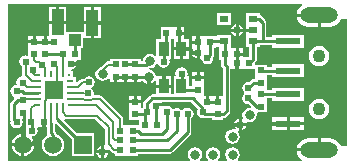
<source format=gtl>
%FSLAX44Y44*%
%MOMM*%
G71*
G01*
G75*
G04 Layer_Physical_Order=1*
G04 Layer_Color=255*
%ADD10R,0.5000X0.6000*%
%ADD11R,1.0500X2.2000*%
%ADD12R,1.0000X1.0000*%
%ADD13R,0.5500X0.6000*%
%ADD14R,0.6000X0.5500*%
%ADD15R,0.9000X1.3000*%
%ADD16R,0.2500X0.6100*%
%ADD17R,0.6100X0.2500*%
%ADD18R,1.6000X1.6000*%
%ADD19R,0.2800X0.2800*%
%ADD20R,0.8000X0.6000*%
%ADD21R,2.1000X0.5000*%
%ADD22C,0.2032*%
%ADD23C,0.2540*%
%ADD24C,1.5000*%
%ADD25R,1.5000X1.5000*%
%ADD26C,1.1000*%
%ADD27O,3.2000X1.3000*%
%ADD28O,3.2000X1.3000*%
%ADD29C,0.6096*%
%ADD30C,0.8000*%
G36*
X1736441Y1034939D02*
X1736650Y1034323D01*
X1734690Y1032820D01*
X1733160Y1030825D01*
X1732198Y1028503D01*
X1732037Y1027280D01*
X1751000D01*
Y1026010D01*
X1752270D01*
Y1016380D01*
X1760500D01*
X1762993Y1016708D01*
X1765315Y1017670D01*
X1767310Y1019200D01*
X1768840Y1021195D01*
X1769536Y1022876D01*
X1770540Y1022676D01*
X1774666D01*
Y915344D01*
X1770540D01*
X1769536Y915144D01*
X1768840Y916825D01*
X1767310Y918820D01*
X1765315Y920350D01*
X1762993Y921312D01*
X1760500Y921640D01*
X1752270D01*
Y912010D01*
X1751000D01*
Y910740D01*
X1732037D01*
X1732198Y909518D01*
X1733160Y907195D01*
X1734690Y905200D01*
X1736650Y903697D01*
X1736441Y903081D01*
X1736198Y902494D01*
X1682342D01*
X1681974Y903709D01*
X1681996Y903724D01*
X1683322Y905709D01*
X1683788Y908050D01*
X1683322Y910391D01*
X1681996Y912376D01*
X1680011Y913702D01*
X1677670Y914167D01*
X1675329Y913702D01*
X1673344Y912376D01*
X1672018Y910391D01*
X1671552Y908050D01*
X1672018Y905709D01*
X1673344Y903724D01*
X1673367Y903709D01*
X1672998Y902494D01*
X1665832D01*
X1665464Y903709D01*
X1665486Y903724D01*
X1666812Y905709D01*
X1667278Y908050D01*
X1666812Y910391D01*
X1665486Y912376D01*
X1663501Y913702D01*
X1661160Y914167D01*
X1658819Y913702D01*
X1656834Y912376D01*
X1655508Y910391D01*
X1655043Y908050D01*
X1655508Y905709D01*
X1656834Y903724D01*
X1656857Y903709D01*
X1656488Y902494D01*
X1650592D01*
X1650224Y903709D01*
X1650246Y903724D01*
X1651572Y905709D01*
X1652038Y908050D01*
X1651572Y910391D01*
X1650246Y912376D01*
X1648261Y913702D01*
X1645920Y914167D01*
X1643579Y913702D01*
X1641594Y912376D01*
X1640268Y910391D01*
X1639803Y908050D01*
X1640268Y905709D01*
X1641594Y903724D01*
X1641617Y903709D01*
X1641248Y902494D01*
X1487964D01*
Y1035526D01*
X1736198D01*
X1736441Y1034939D01*
D02*
G37*
%LPC*%
G36*
X1738548Y939558D02*
X1726270D01*
Y935280D01*
X1738548D01*
Y939558D01*
D02*
G37*
G36*
X1723730D02*
X1711452D01*
Y935280D01*
X1723730D01*
Y939558D01*
D02*
G37*
G36*
X1682750Y932180D02*
X1679126D01*
X1679265Y931480D01*
X1680185Y930104D01*
X1679479Y929048D01*
X1677670Y929408D01*
X1675329Y928942D01*
X1673344Y927616D01*
X1672018Y925631D01*
X1671552Y923290D01*
X1672018Y920949D01*
X1673344Y918964D01*
X1675329Y917638D01*
X1677670Y917172D01*
X1680011Y917638D01*
X1681996Y918964D01*
X1683322Y920949D01*
X1683788Y923290D01*
X1683322Y925631D01*
X1682078Y927493D01*
X1682750Y928499D01*
Y932180D01*
D02*
G37*
G36*
Y938344D02*
X1682050Y938205D01*
X1680381Y937089D01*
X1679265Y935420D01*
X1679126Y934720D01*
X1682750D01*
Y938344D01*
D02*
G37*
G36*
X1751000Y955132D02*
X1748768Y954838D01*
X1746689Y953977D01*
X1744904Y952607D01*
X1743533Y950821D01*
X1742672Y948742D01*
X1742378Y946510D01*
X1742672Y944278D01*
X1743533Y942199D01*
X1744904Y940414D01*
X1746689Y939043D01*
X1748768Y938182D01*
X1751000Y937888D01*
X1753232Y938182D01*
X1755311Y939043D01*
X1757097Y940414D01*
X1758467Y942199D01*
X1759328Y944278D01*
X1759622Y946510D01*
X1759328Y948742D01*
X1758467Y950821D01*
X1757097Y952607D01*
X1755311Y953977D01*
X1753232Y954838D01*
X1751000Y955132D01*
D02*
G37*
G36*
X1647190Y977740D02*
X1643460D01*
Y974260D01*
X1647190D01*
Y977740D01*
D02*
G37*
G36*
X1653460D02*
X1649730D01*
Y974260D01*
X1653460D01*
Y977740D01*
D02*
G37*
G36*
X1625870Y974210D02*
X1620640D01*
Y966980D01*
X1625870D01*
Y974210D01*
D02*
G37*
G36*
X1593850Y957420D02*
X1590120D01*
Y953940D01*
X1593850D01*
Y957420D01*
D02*
G37*
G36*
X1600120D02*
X1596390D01*
Y953940D01*
X1600120D01*
Y957420D01*
D02*
G37*
G36*
X1509539Y915162D02*
X1501394D01*
Y907017D01*
X1502604Y907177D01*
X1504915Y908134D01*
X1506899Y909657D01*
X1508422Y911641D01*
X1509379Y913952D01*
X1509539Y915162D01*
D02*
G37*
G36*
X1566080Y915146D02*
X1565380Y915007D01*
X1563711Y913891D01*
X1562595Y912222D01*
X1562456Y911522D01*
X1566080D01*
Y915146D01*
D02*
G37*
G36*
X1498854Y915162D02*
X1490709D01*
X1490869Y913952D01*
X1491826Y911641D01*
X1493349Y909657D01*
X1495333Y908134D01*
X1497644Y907177D01*
X1498854Y907017D01*
Y915162D01*
D02*
G37*
G36*
X1566080Y908982D02*
X1562456D01*
X1562595Y908282D01*
X1563711Y906613D01*
X1565380Y905497D01*
X1566080Y905358D01*
Y908982D01*
D02*
G37*
G36*
X1572244D02*
X1568620D01*
Y905358D01*
X1569320Y905497D01*
X1570989Y906613D01*
X1572105Y908282D01*
X1572244Y908982D01*
D02*
G37*
G36*
X1738548Y932740D02*
X1726270D01*
Y928462D01*
X1738548D01*
Y932740D01*
D02*
G37*
G36*
X1688914Y932180D02*
X1685290D01*
Y928556D01*
X1685990Y928695D01*
X1687659Y929811D01*
X1688775Y931480D01*
X1688914Y932180D01*
D02*
G37*
G36*
X1723730Y932740D02*
X1711452D01*
Y928462D01*
X1723730D01*
Y932740D01*
D02*
G37*
G36*
X1749730Y921640D02*
X1741500D01*
X1739008Y921312D01*
X1736685Y920350D01*
X1734690Y918820D01*
X1733160Y916825D01*
X1732198Y914502D01*
X1732037Y913280D01*
X1749730D01*
Y921640D01*
D02*
G37*
G36*
X1498854Y925847D02*
X1497644Y925687D01*
X1495333Y924730D01*
X1493349Y923207D01*
X1491826Y921223D01*
X1490869Y918912D01*
X1490709Y917702D01*
X1498854D01*
Y925847D01*
D02*
G37*
G36*
X1682750Y1018354D02*
Y1014730D01*
X1686374D01*
X1686235Y1015430D01*
X1685119Y1017099D01*
X1683450Y1018215D01*
X1682750Y1018354D01*
D02*
G37*
G36*
X1749730Y1024740D02*
X1732037D01*
X1732198Y1023518D01*
X1733160Y1021195D01*
X1734690Y1019200D01*
X1736685Y1017670D01*
X1739008Y1016708D01*
X1741500Y1016380D01*
X1749730D01*
Y1024740D01*
D02*
G37*
G36*
X1680210Y1018354D02*
X1679510Y1018215D01*
X1677841Y1017099D01*
X1676725Y1015430D01*
X1676586Y1014730D01*
X1680210D01*
Y1018354D01*
D02*
G37*
G36*
X1686374Y1012190D02*
X1682750D01*
Y1008566D01*
X1683450Y1008705D01*
X1685119Y1009821D01*
X1686235Y1011490D01*
X1686374Y1012190D01*
D02*
G37*
G36*
X1636870Y1015920D02*
X1633390D01*
Y1012190D01*
X1636870D01*
Y1015920D01*
D02*
G37*
G36*
X1528270Y1032879D02*
X1522290D01*
Y1021149D01*
X1528270D01*
Y1032879D01*
D02*
G37*
G36*
X1536790D02*
X1530810D01*
Y1021149D01*
X1536790D01*
Y1032879D01*
D02*
G37*
G36*
X1566350Y1032810D02*
X1560370D01*
Y1021080D01*
X1566350D01*
Y1032810D01*
D02*
G37*
G36*
X1676750Y1027960D02*
X1664750D01*
Y1017960D01*
X1676750D01*
Y1027960D01*
D02*
G37*
G36*
X1557830Y1032810D02*
X1551850D01*
Y1021080D01*
X1557830D01*
Y1032810D01*
D02*
G37*
G36*
X1680210Y1012190D02*
X1676586D01*
X1676725Y1011490D01*
X1677841Y1009821D01*
X1679510Y1008705D01*
X1680210Y1008566D01*
Y1012190D01*
D02*
G37*
G36*
X1647190Y993140D02*
X1643566D01*
X1643705Y992440D01*
X1644821Y990771D01*
X1646490Y989655D01*
X1647190Y989516D01*
Y993140D01*
D02*
G37*
G36*
X1700750Y1027960D02*
X1688750D01*
Y1017960D01*
Y1014730D01*
X1694750D01*
Y1012190D01*
X1688750D01*
Y1008460D01*
Y998960D01*
X1691416D01*
Y990520D01*
X1687298D01*
X1687298Y990520D01*
Y990520D01*
X1687060Y990520D01*
X1686400Y991180D01*
Y991870D01*
X1681650D01*
Y993140D01*
X1680380D01*
Y998140D01*
X1676900D01*
Y998140D01*
X1676750D01*
Y998960D01*
X1676750D01*
Y1008960D01*
X1664750D01*
Y1008300D01*
X1663540D01*
Y1008300D01*
X1654040D01*
D01*
D01*
X1654040Y1008300D01*
X1653040D01*
Y1008300D01*
X1649560D01*
Y1003300D01*
X1648290D01*
Y1002030D01*
X1643540D01*
Y998300D01*
X1643641D01*
X1644240Y997180D01*
X1643705Y996380D01*
X1643566Y995680D01*
X1648460D01*
Y994410D01*
X1649730D01*
Y989516D01*
X1650430Y989655D01*
X1651560Y987963D01*
X1651579Y987868D01*
X1652695Y986199D01*
X1654364Y985083D01*
X1656334Y984691D01*
X1658304Y985083D01*
X1659973Y986199D01*
X1661089Y987868D01*
X1661481Y989838D01*
X1661376Y990363D01*
X1661481Y990520D01*
X1661700Y990848D01*
X1661954Y992124D01*
Y998300D01*
X1663540D01*
Y998960D01*
X1664750D01*
Y998960D01*
X1666400D01*
Y998140D01*
X1666400D01*
Y988140D01*
X1667816D01*
Y984250D01*
X1668070Y982974D01*
X1668793Y981892D01*
X1669256Y981429D01*
Y957420D01*
X1666240D01*
Y952670D01*
X1663700D01*
Y957420D01*
X1659970D01*
Y957420D01*
X1658227Y957420D01*
X1658220Y957425D01*
X1657520Y957564D01*
Y952670D01*
X1654980D01*
Y957564D01*
X1654442Y957457D01*
X1654037Y957789D01*
X1653716Y958269D01*
X1653716Y958269D01*
X1653605Y958436D01*
X1653605Y958436D01*
X1653460Y958653D01*
Y967240D01*
D01*
Y967240D01*
X1653460Y967240D01*
Y968240D01*
X1653460D01*
Y971720D01*
X1643460D01*
Y968240D01*
X1643460Y968240D01*
X1643460Y967240D01*
X1643460D01*
Y965824D01*
X1640870D01*
Y974210D01*
X1640157D01*
X1639351Y975192D01*
X1639637Y976630D01*
X1639245Y978600D01*
X1638129Y980269D01*
X1636460Y981385D01*
X1634490Y981777D01*
X1632520Y981385D01*
X1630851Y980269D01*
X1629735Y978600D01*
X1629343Y976630D01*
X1629629Y975192D01*
X1628824Y974210D01*
X1627870D01*
Y958882D01*
X1625870D01*
Y964440D01*
X1612870D01*
Y958882D01*
X1609852D01*
X1608576Y958628D01*
X1607494Y957906D01*
X1602923Y953334D01*
X1602200Y952252D01*
X1601946Y950976D01*
Y947818D01*
X1601212Y947084D01*
X1600120Y947415D01*
Y947920D01*
X1600120D01*
Y951400D01*
X1590120D01*
Y947920D01*
X1590120Y947920D01*
X1590120Y946920D01*
X1590120D01*
Y937420D01*
X1598513D01*
Y933370D01*
X1597754D01*
Y933370D01*
X1588254D01*
D01*
D01*
X1588254Y933370D01*
X1587254D01*
Y933370D01*
X1585325D01*
Y938192D01*
X1585325Y938192D01*
X1585091Y939369D01*
X1584424Y940366D01*
X1567456Y957334D01*
X1566459Y958001D01*
X1565282Y958235D01*
X1565282Y958235D01*
X1560761D01*
X1559955Y959217D01*
X1560135Y960120D01*
X1559743Y962090D01*
X1558627Y963759D01*
X1558627Y963759D01*
X1558627D01*
X1557974Y964509D01*
Y964509D01*
X1559643Y965625D01*
X1560759Y967294D01*
X1561151Y969264D01*
X1560759Y971234D01*
X1559643Y972903D01*
X1557974Y974019D01*
X1556004Y974411D01*
X1554034Y974019D01*
X1552365Y972903D01*
X1551987Y972339D01*
X1550670D01*
X1550670Y972339D01*
X1549689Y972144D01*
X1549493Y972105D01*
X1548496Y971438D01*
X1548495Y971438D01*
X1546313Y969256D01*
X1545140Y969742D01*
Y973410D01*
X1542590D01*
Y978710D01*
X1541435D01*
X1541399Y979079D01*
X1541399D01*
X1541311Y979974D01*
X1542734Y980257D01*
X1544403Y981373D01*
X1545519Y983042D01*
X1545658Y983742D01*
X1540764D01*
Y986282D01*
X1545658D01*
X1545519Y986982D01*
X1545493Y987020D01*
X1546092Y988140D01*
X1549240D01*
Y997810D01*
X1551320D01*
Y1006280D01*
X1551850Y1006810D01*
X1552218Y1006810D01*
X1552218Y1006810D01*
Y1006810D01*
X1557830D01*
Y1018540D01*
X1551850D01*
Y1011810D01*
X1551850D01*
X1551320D01*
X1550952Y1011810D01*
X1550952Y1011810D01*
Y1011810D01*
X1537688D01*
X1537688Y1011810D01*
Y1011810D01*
X1537320Y1011810D01*
X1536790Y1012340D01*
Y1018609D01*
X1522290D01*
Y1008220D01*
X1520190D01*
Y1003220D01*
X1517650D01*
Y1008220D01*
X1511046D01*
Y1003470D01*
X1509776D01*
Y1002200D01*
X1504776D01*
Y998720D01*
X1504776Y998720D01*
X1504776Y997720D01*
X1504776D01*
Y992467D01*
X1503794Y991662D01*
X1502410Y991937D01*
X1500440Y991545D01*
X1498771Y990429D01*
X1497655Y988760D01*
X1497263Y986790D01*
X1497655Y984820D01*
X1498771Y983151D01*
X1499335Y982774D01*
Y975360D01*
X1499335Y975360D01*
X1499410Y974981D01*
X1498705Y973925D01*
X1497900Y973765D01*
X1496231Y972649D01*
X1495115Y970980D01*
X1494723Y969010D01*
X1494926Y967988D01*
X1494221Y966932D01*
X1492820Y966653D01*
X1491151Y965537D01*
X1490035Y963868D01*
X1489643Y961898D01*
X1490035Y959928D01*
X1491151Y958259D01*
X1492820Y957143D01*
D01*
D01*
Y957143D01*
X1492475Y955408D01*
X1490654Y953587D01*
X1489932Y952506D01*
X1489678Y951230D01*
Y937006D01*
X1489837Y936205D01*
X1489643Y935228D01*
X1490035Y933258D01*
X1491151Y931589D01*
X1492820Y930473D01*
X1494790Y930081D01*
X1496760Y930473D01*
X1498429Y931589D01*
X1499545Y933258D01*
X1499937Y935228D01*
X1499545Y937198D01*
X1499296Y937570D01*
X1499895Y938690D01*
X1502570D01*
Y930990D01*
X1502570Y930990D01*
X1502570D01*
X1502836Y930492D01*
X1502735Y930340D01*
X1502343Y928370D01*
X1502671Y926720D01*
X1501803Y925793D01*
X1501394Y925847D01*
Y917702D01*
X1509539D01*
X1509379Y918912D01*
X1508422Y921223D01*
X1507699Y922165D01*
X1508147Y923354D01*
X1509460Y923615D01*
X1511129Y924731D01*
X1512245Y926400D01*
X1512637Y928370D01*
X1512311Y930008D01*
X1513117Y930990D01*
X1516550D01*
Y935990D01*
X1519090D01*
Y930990D01*
X1520666D01*
Y926338D01*
X1520920Y925062D01*
X1520831Y924771D01*
X1520733Y924730D01*
X1518748Y923207D01*
X1517226Y921223D01*
X1516268Y918912D01*
X1515942Y916432D01*
X1516268Y913952D01*
X1517226Y911641D01*
X1518748Y909657D01*
X1520733Y908134D01*
X1523044Y907177D01*
X1525524Y906850D01*
X1528004Y907177D01*
X1530315Y908134D01*
X1532299Y909657D01*
X1533822Y911641D01*
X1534780Y913952D01*
X1535106Y916432D01*
X1534780Y918912D01*
X1533822Y921223D01*
X1532299Y923207D01*
X1530315Y924730D01*
X1528745Y925380D01*
X1528604Y926090D01*
X1527881Y927171D01*
X1527334Y927719D01*
Y933648D01*
X1528507Y934134D01*
X1541424Y921217D01*
Y906932D01*
X1560424D01*
Y925932D01*
X1546139D01*
X1534971Y937100D01*
X1535570Y938220D01*
X1536700Y937995D01*
X1536700Y937995D01*
X1561334D01*
X1569631Y929698D01*
Y917002D01*
X1569631Y917002D01*
X1569687Y916719D01*
X1568967Y915673D01*
X1568620Y915614D01*
Y911522D01*
X1572569D01*
X1573396Y911964D01*
X1575419Y909940D01*
X1575420Y909940D01*
X1576417Y909273D01*
X1576613Y909234D01*
X1577594Y909039D01*
X1577754Y908239D01*
Y907114D01*
X1587254D01*
Y907114D01*
X1587254D01*
X1587254Y907114D01*
X1588254D01*
Y907114D01*
X1597754D01*
Y908780D01*
X1624584D01*
X1625860Y909034D01*
X1626942Y909756D01*
X1626942Y909756D01*
X1626942Y909756D01*
X1641927Y924743D01*
X1641928Y924742D01*
X1641927Y924743D01*
X1642650Y925824D01*
X1642904Y927100D01*
Y938751D01*
X1643209Y938955D01*
X1644325Y940624D01*
X1644717Y942594D01*
X1644325Y944564D01*
X1643209Y946233D01*
X1641540Y947349D01*
X1639570Y947741D01*
X1637600Y947349D01*
X1635931Y946233D01*
X1635675Y945851D01*
X1634405D01*
X1634319Y945979D01*
X1632650Y947095D01*
X1630680Y947487D01*
X1628710Y947095D01*
X1628023Y946636D01*
X1626545Y946342D01*
X1625429Y948011D01*
X1623760Y949127D01*
X1621790Y949519D01*
X1619820Y949127D01*
X1619495Y948910D01*
X1618100Y949187D01*
X1618044Y949211D01*
X1617655Y951168D01*
X1618214Y952214D01*
X1642507D01*
X1648115Y946606D01*
X1647769Y946088D01*
X1647377Y944118D01*
X1647769Y942148D01*
X1648885Y940479D01*
X1650554Y939363D01*
X1652524Y938971D01*
X1653179Y939101D01*
X1653196Y939090D01*
X1654472Y938836D01*
X1659970D01*
Y937420D01*
X1669970D01*
Y938854D01*
X1671156Y939090D01*
X1672238Y939812D01*
X1672238Y939812D01*
X1672238Y939812D01*
X1674948Y942523D01*
X1674948Y942522D01*
X1674948Y942523D01*
X1675670Y943604D01*
X1675924Y944880D01*
Y980520D01*
X1675924D01*
X1676560D01*
X1676822Y980520D01*
X1676822Y980520D01*
Y980520D01*
X1680040D01*
Y985520D01*
X1682580D01*
Y980520D01*
X1686060D01*
Y980520D01*
X1686060D01*
X1686060Y980520D01*
X1687060D01*
Y980520D01*
X1695902D01*
X1695902Y980520D01*
Y980520D01*
X1696560Y980520D01*
X1696800Y980280D01*
Y974590D01*
X1696800Y974590D01*
X1696800Y973590D01*
X1696800D01*
Y972174D01*
X1695450D01*
X1694174Y971920D01*
X1693092Y971198D01*
X1691450Y969555D01*
X1691090Y969627D01*
X1689120Y969235D01*
X1687451Y968119D01*
X1686335Y966450D01*
X1685943Y964480D01*
X1686335Y962510D01*
X1687451Y960841D01*
X1687646Y960710D01*
Y959440D01*
X1687477Y959327D01*
X1686361Y957657D01*
X1685970Y955688D01*
X1686361Y953718D01*
X1687477Y952048D01*
X1689147Y950933D01*
X1691116Y950541D01*
X1691477Y950612D01*
X1693404Y948685D01*
X1692806Y947565D01*
X1692148Y947695D01*
X1689807Y947230D01*
X1687822Y945904D01*
X1686496Y943919D01*
X1686030Y941578D01*
X1686496Y939237D01*
X1685290Y938431D01*
Y934720D01*
X1689001D01*
X1689807Y935926D01*
X1692148Y935461D01*
X1694489Y935926D01*
X1696474Y937252D01*
X1697800Y939237D01*
X1698266Y941578D01*
X1698025Y942788D01*
X1698831Y943770D01*
X1706800D01*
Y953270D01*
D01*
Y953270D01*
X1706800Y953270D01*
Y954270D01*
X1706800D01*
Y955676D01*
X1711452D01*
Y953462D01*
X1738548D01*
Y964558D01*
X1711452D01*
Y962344D01*
X1706800D01*
Y963770D01*
D01*
Y963770D01*
X1706800Y963770D01*
Y964090D01*
X1706800D01*
Y973590D01*
D01*
Y973590D01*
X1706800Y973590D01*
Y974590D01*
D01*
X1706800Y975676D01*
X1711452D01*
Y973462D01*
X1738548D01*
Y984558D01*
X1711452D01*
Y982344D01*
X1706800D01*
Y984090D01*
X1697458D01*
X1697458Y984090D01*
Y984090D01*
X1696800Y984090D01*
X1696560Y984330D01*
Y985555D01*
X1697108Y986102D01*
X1697830Y987184D01*
X1697830Y987184D01*
X1697830Y987184D01*
X1698084Y988460D01*
Y998960D01*
X1700750D01*
Y1000626D01*
X1711452D01*
Y998462D01*
X1738548D01*
Y1009558D01*
X1711452D01*
Y1007294D01*
X1706404D01*
Y1019810D01*
X1706150Y1021086D01*
X1705428Y1022168D01*
X1702278Y1025318D01*
X1701196Y1026040D01*
X1700750Y1026129D01*
Y1027960D01*
D02*
G37*
G36*
X1640870Y996440D02*
X1635640D01*
Y989210D01*
X1640870D01*
Y996440D01*
D02*
G37*
G36*
X1751000Y1000132D02*
X1748768Y999838D01*
X1746689Y998977D01*
X1744904Y997607D01*
X1743533Y995821D01*
X1742672Y993742D01*
X1742378Y991510D01*
X1742672Y989278D01*
X1743533Y987199D01*
X1744904Y985414D01*
X1746689Y984043D01*
X1748768Y983182D01*
X1751000Y982888D01*
X1753232Y983182D01*
X1755311Y984043D01*
X1757097Y985414D01*
X1758467Y987199D01*
X1759328Y989278D01*
X1759622Y991510D01*
X1759328Y993742D01*
X1758467Y995821D01*
X1757097Y997607D01*
X1755311Y998977D01*
X1753232Y999838D01*
X1751000Y1000132D01*
D02*
G37*
G36*
X1633100Y996440D02*
X1627870D01*
Y989210D01*
X1633100D01*
Y996440D01*
D02*
G37*
G36*
X1508506Y1008220D02*
X1504776D01*
Y1004740D01*
X1508506D01*
Y1008220D01*
D02*
G37*
G36*
X1566350Y1018540D02*
X1560370D01*
Y1006810D01*
X1566350D01*
Y1018540D01*
D02*
G37*
G36*
X1647020Y1008300D02*
X1643540D01*
Y1004570D01*
X1647020D01*
Y1008300D01*
D02*
G37*
G36*
X1686400Y998140D02*
X1682920D01*
Y994410D01*
X1686400D01*
Y998140D01*
D02*
G37*
G36*
X1626370Y1015920D02*
Y1015920D01*
X1616870D01*
Y1006210D01*
X1612870D01*
Y992317D01*
X1611750Y991719D01*
X1609907Y992950D01*
X1607566Y993416D01*
X1605225Y992950D01*
X1603240Y991624D01*
X1601914Y989639D01*
X1601505Y987584D01*
X1600120D01*
Y989170D01*
X1573610D01*
Y987325D01*
X1572514D01*
X1572514Y987325D01*
X1571532Y987130D01*
X1571337Y987091D01*
X1570340Y986424D01*
X1570340Y986424D01*
X1566091Y982176D01*
X1565347Y982028D01*
X1563362Y980702D01*
X1562036Y978717D01*
X1561570Y976376D01*
X1562036Y974035D01*
X1563362Y972050D01*
X1565347Y970724D01*
X1567688Y970258D01*
X1570029Y970724D01*
X1572014Y972050D01*
X1572395Y972620D01*
X1573610Y972252D01*
Y969170D01*
X1577340D01*
Y973920D01*
X1579880D01*
Y969170D01*
X1585468D01*
Y973920D01*
X1588008D01*
Y969170D01*
X1593850D01*
Y973920D01*
X1596390D01*
Y969170D01*
X1600120D01*
Y970556D01*
X1601335Y970925D01*
X1602224Y969594D01*
X1604209Y968268D01*
X1605280Y968055D01*
Y973920D01*
X1607820D01*
Y968055D01*
X1608891Y968268D01*
X1610876Y969594D01*
X1611655Y970760D01*
X1612870Y970391D01*
Y966980D01*
X1618100D01*
Y974210D01*
X1614126D01*
Y974210D01*
X1614126Y974210D01*
X1612870Y974210D01*
X1612870D01*
X1612610D01*
X1612202Y976261D01*
X1610876Y978246D01*
X1608891Y979572D01*
X1606550Y980038D01*
X1606039Y979936D01*
X1605942Y980427D01*
X1606840Y981325D01*
X1607566Y981180D01*
X1609907Y981646D01*
X1611892Y982972D01*
X1613218Y984957D01*
X1613218Y984957D01*
Y984957D01*
X1613233Y984989D01*
X1614493Y984829D01*
X1614495Y984820D01*
X1615611Y983151D01*
X1617280Y982035D01*
X1619250Y981643D01*
X1621220Y982035D01*
X1622889Y983151D01*
X1624005Y984820D01*
X1624397Y986790D01*
X1624111Y988228D01*
X1624917Y989210D01*
X1625870D01*
Y1005920D01*
X1626370Y1005920D01*
D01*
D01*
X1627370D01*
D01*
X1627870Y1005920D01*
Y998980D01*
X1640870D01*
Y1006210D01*
X1636870D01*
Y1009650D01*
X1632120D01*
Y1010920D01*
X1630850D01*
Y1015920D01*
X1627370D01*
D01*
D01*
X1627370Y1015920D01*
X1626370D01*
D02*
G37*
%LPD*%
D10*
X1518920Y1003220D02*
D03*
Y993220D02*
D03*
D11*
X1559100Y1019810D02*
D03*
X1529540Y1019879D02*
D03*
D12*
X1544320Y1004810D02*
D03*
D13*
X1544490Y993140D02*
D03*
X1533990D02*
D03*
X1603264Y933450D02*
D03*
X1613763D02*
D03*
X1658790Y1003300D02*
D03*
X1648290D02*
D03*
X1593004Y928370D02*
D03*
X1582504D02*
D03*
X1593004Y920242D02*
D03*
X1582504D02*
D03*
X1593004Y912114D02*
D03*
X1582504D02*
D03*
X1507320Y935990D02*
D03*
X1517820D02*
D03*
X1671150Y993140D02*
D03*
X1681650D02*
D03*
X1691810Y985520D02*
D03*
X1681310D02*
D03*
X1621620Y1010920D02*
D03*
X1632120D02*
D03*
D14*
X1664970Y942170D02*
D03*
Y952670D02*
D03*
X1595120Y942170D02*
D03*
Y952670D02*
D03*
X1509776Y992970D02*
D03*
Y1003470D02*
D03*
X1701800Y959020D02*
D03*
Y948520D02*
D03*
Y979340D02*
D03*
Y968840D02*
D03*
X1499870Y943440D02*
D03*
Y953940D02*
D03*
X1586738Y973920D02*
D03*
Y984420D02*
D03*
X1595120Y973920D02*
D03*
Y984420D02*
D03*
X1578610D02*
D03*
Y973920D02*
D03*
X1648460Y972990D02*
D03*
Y962490D02*
D03*
D15*
X1634370Y965710D02*
D03*
X1619370D02*
D03*
Y997710D02*
D03*
X1634370D02*
D03*
D16*
X1534040Y976210D02*
D03*
X1529040D02*
D03*
X1524040D02*
D03*
X1519040D02*
D03*
Y949110D02*
D03*
X1524040D02*
D03*
X1529040D02*
D03*
X1534040D02*
D03*
D17*
X1512990Y970160D02*
D03*
Y965160D02*
D03*
Y960160D02*
D03*
Y955160D02*
D03*
X1540090D02*
D03*
Y960160D02*
D03*
Y965160D02*
D03*
Y970160D02*
D03*
D18*
X1526540Y962660D02*
D03*
D19*
X1539190Y975310D02*
D03*
Y950010D02*
D03*
X1513890Y975310D02*
D03*
Y950010D02*
D03*
D20*
X1694750Y1003960D02*
D03*
Y1013460D02*
D03*
Y1022960D02*
D03*
X1670750D02*
D03*
Y1003960D02*
D03*
D21*
X1725000Y1004010D02*
D03*
Y979010D02*
D03*
Y959010D02*
D03*
Y934010D02*
D03*
D22*
X1509776Y988060D02*
Y992970D01*
Y988060D02*
X1511046Y986790D01*
X1513840D01*
X1516380Y984250D01*
X1567688Y976376D02*
Y979424D01*
X1499870Y916432D02*
X1506220D01*
X1539190Y950010D02*
X1562050D01*
X1558604Y955160D02*
X1565282D01*
X1557500Y954056D02*
X1558604Y955160D01*
X1552476Y954056D02*
X1557500D01*
X1551372Y955160D02*
X1552476Y954056D01*
X1565282Y955160D02*
X1582250Y938192D01*
X1577594Y912114D02*
X1582504D01*
X1572706Y917002D02*
X1577594Y912114D01*
X1572706Y917002D02*
Y930972D01*
X1578356Y920242D02*
X1582504D01*
X1576738Y921860D02*
X1578356Y920242D01*
X1562608Y941070D02*
X1572706Y930972D01*
X1536700Y941070D02*
X1562608D01*
X1534040Y943730D02*
X1536700Y941070D01*
X1534040Y943730D02*
Y949110D01*
X1582250Y928370D02*
Y938192D01*
X1576738Y921860D02*
Y935322D01*
X1562050Y950010D02*
X1576738Y935322D01*
X1540090Y955160D02*
X1551372D01*
X1567688Y979424D02*
X1572514Y984250D01*
X1529040Y938316D02*
Y949110D01*
X1529040Y965160D02*
Y976210D01*
X1526540Y985012D02*
X1529040Y982512D01*
Y976210D02*
Y982512D01*
X1550670Y969264D02*
X1556004D01*
X1546566Y965160D02*
X1550670Y969264D01*
X1508760Y976884D02*
Y979678D01*
Y976884D02*
X1510334Y975310D01*
X1519682Y954024D02*
Y956056D01*
X1519040Y953382D02*
X1519682Y954024D01*
X1572514Y984250D02*
X1579710D01*
X1501090Y955160D02*
X1512990D01*
X1510080Y950010D02*
X1513890D01*
X1507320Y947250D02*
X1510080Y950010D01*
X1519040Y935990D02*
Y953382D01*
X1507320Y935990D02*
Y947250D01*
X1540090Y960160D02*
X1551940D01*
X1540090Y965160D02*
X1546566D01*
X1524040Y928330D02*
Y949110D01*
X1534040Y976210D02*
Y993090D01*
X1519040Y976210D02*
Y981590D01*
X1502410Y975360D02*
Y986790D01*
X1510334Y975310D02*
X1513890D01*
X1503720Y965160D02*
X1512990D01*
X1502410Y975360D02*
X1507610Y970160D01*
X1512990D01*
X1499870Y969010D02*
X1503720Y965160D01*
X1516380Y984250D02*
X1519040Y981590D01*
D23*
X1604518Y984250D02*
X1607566Y987298D01*
X1595290Y984250D02*
X1604518D01*
X1623702Y976122D02*
X1634370Y986790D01*
X1619370Y976122D02*
X1623702D01*
X1619370Y965710D02*
Y976122D01*
X1634370Y997710D02*
X1642110D01*
Y994410D02*
Y997710D01*
Y994410D02*
X1648460D01*
X1493012Y937006D02*
X1494790Y935228D01*
X1493012Y937006D02*
Y951230D01*
X1501140Y916432D02*
Y943186D01*
X1495722Y953940D02*
X1499870D01*
X1493012Y951230D02*
X1495722Y953940D01*
X1652524Y944118D02*
Y946912D01*
X1643888Y955548D02*
X1652524Y946912D01*
X1609852Y955548D02*
X1643888D01*
X1646174Y940562D02*
Y944925D01*
X1614424Y950722D02*
X1640377D01*
X1639570Y927100D02*
Y942594D01*
X1640377Y950722D02*
X1646174Y944925D01*
X1652524Y944118D02*
X1654472Y942170D01*
X1646174Y940562D02*
X1653286Y933450D01*
X1517820Y928032D02*
Y935990D01*
X1506220Y916432D02*
X1517820Y928032D01*
X1529040Y938316D02*
X1550924Y916432D01*
X1546098D02*
X1550924D01*
X1525524D02*
Y924814D01*
X1524000Y926338D02*
X1525524Y924814D01*
X1653286Y933450D02*
X1684020D01*
X1612900Y949198D02*
X1614424Y950722D01*
X1605280Y950976D02*
X1609852Y955548D01*
X1595120Y942170D02*
X1603586D01*
X1603264Y941848D02*
X1603586Y942170D01*
X1603264Y933450D02*
Y941848D01*
X1605280Y943864D02*
Y950976D01*
X1632120Y1010920D02*
Y1016084D01*
X1628394Y1019810D02*
X1632120Y1016084D01*
X1559100Y1019810D02*
X1628394D01*
X1656334Y989838D02*
X1658620Y992124D01*
X1671150Y984250D02*
Y991870D01*
Y984250D02*
X1672590Y982810D01*
Y944880D02*
Y982810D01*
X1669880Y942170D02*
X1672590Y944880D01*
X1664970Y942170D02*
X1669880D01*
X1540764Y985012D02*
X1547622D01*
X1518920Y993140D02*
X1533990D01*
X1519000Y1003300D02*
X1526540D01*
X1494790Y961898D02*
X1499616D01*
X1501354Y960160D01*
X1621790Y929894D02*
Y944372D01*
X1617726Y925830D02*
X1621790Y929894D01*
X1600200Y925830D02*
X1617726D01*
X1593004Y920242D02*
X1622552D01*
X1593004Y912114D02*
X1624584D01*
X1639570Y927100D01*
X1630680Y928370D02*
Y942340D01*
X1622552Y920242D02*
X1630680Y928370D01*
X1684020Y934010D02*
X1725000D01*
X1691116Y955688D02*
X1698284Y948520D01*
X1701800D01*
X1703070Y1003960D02*
Y1019810D01*
X1699920Y1022960D02*
X1703070Y1019810D01*
X1694750Y1022960D02*
X1699920D01*
X1701800Y959010D02*
X1725000D01*
X1701800Y979010D02*
X1725000D01*
X1691090Y964480D02*
X1695450Y968840D01*
X1701800D01*
X1724950Y1003960D02*
X1725000Y1004010D01*
X1656250Y952670D02*
X1664970D01*
X1684020Y933450D02*
X1684580Y934010D01*
X1671150Y993140D02*
Y1003560D01*
X1691810Y985520D02*
X1694750Y988460D01*
Y1003960D01*
X1724950D01*
X1595120Y973920D02*
X1606550D01*
X1544490Y993140D02*
Y1004640D01*
X1518920Y1018540D02*
X1520259Y1019879D01*
X1529540D01*
X1681480Y943610D02*
X1684020Y941070D01*
Y933450D02*
Y941070D01*
X1587500Y984420D02*
X1595120D01*
X1586738Y973920D02*
X1595120D01*
X1578610D02*
X1586738D01*
X1654472Y942170D02*
X1664970D01*
X1634370Y986790D02*
Y997710D01*
X1619250Y986790D02*
Y997590D01*
X1634490Y965830D02*
Y976630D01*
X1632120Y999960D02*
Y1010920D01*
X1621620Y999960D02*
Y1010920D01*
X1648460Y994410D02*
Y1003130D01*
X1658620Y992124D02*
Y1003130D01*
X1659450Y1003960D01*
X1670750D01*
X1681480Y943610D02*
Y1013460D01*
X1609850Y965710D02*
X1619370D01*
X1612900Y933620D02*
Y949198D01*
X1606550Y969010D02*
X1609850Y965710D01*
X1606550Y969010D02*
Y973920D01*
X1648460Y972990D02*
Y994410D01*
X1637590Y962490D02*
X1648460D01*
X1595120Y952670D02*
Y973920D01*
X1597660Y928370D02*
X1600200Y925830D01*
X1592750Y928370D02*
X1597660D01*
X1507490D02*
Y935820D01*
X1524000Y926338D02*
Y934974D01*
X1509776Y1003470D02*
X1518670D01*
X1559100Y996490D02*
Y1019810D01*
X1547622Y985012D02*
X1559100Y996490D01*
X1518920Y1003220D02*
Y1018540D01*
X1501354Y960160D02*
X1512990D01*
X1648290Y1003300D02*
Y1013460D01*
X1694750D01*
D24*
X1500124Y916432D02*
D03*
X1525524D02*
D03*
D25*
X1550924D02*
D03*
D26*
X1751000Y991510D02*
D03*
Y946510D02*
D03*
D27*
Y1026010D02*
D03*
D28*
Y912010D02*
D03*
D29*
X1494790Y935228D02*
D03*
X1639570Y942594D02*
D03*
X1567350Y910252D02*
D03*
X1526540Y1003300D02*
D03*
X1508760Y979678D02*
D03*
X1612900Y949198D02*
D03*
X1605280Y943864D02*
D03*
X1630680Y942340D02*
D03*
X1621790Y944372D02*
D03*
X1619250Y986790D02*
D03*
X1656250Y952670D02*
D03*
X1652524Y944118D02*
D03*
X1691116Y955688D02*
D03*
X1684020Y933450D02*
D03*
X1691090Y964480D02*
D03*
X1634490Y976630D02*
D03*
X1648460Y994410D02*
D03*
X1656334Y989838D02*
D03*
X1507490Y928370D02*
D03*
X1556004Y969264D02*
D03*
X1554988Y960120D02*
D03*
X1526540Y985012D02*
D03*
X1540764D02*
D03*
X1502410Y986790D02*
D03*
X1499870Y969010D02*
D03*
X1494790Y961898D02*
D03*
X1516380Y984250D02*
D03*
X1681480Y1013460D02*
D03*
X1522730Y966470D02*
D03*
X1530350D02*
D03*
X1522730Y958850D02*
D03*
X1530350D02*
D03*
D30*
X1567688Y976376D02*
D03*
X1606550Y973920D02*
D03*
X1692148Y941578D02*
D03*
X1661160Y908050D02*
D03*
X1677670D02*
D03*
X1645920D02*
D03*
X1677670Y923290D02*
D03*
X1607566Y987298D02*
D03*
M02*

</source>
